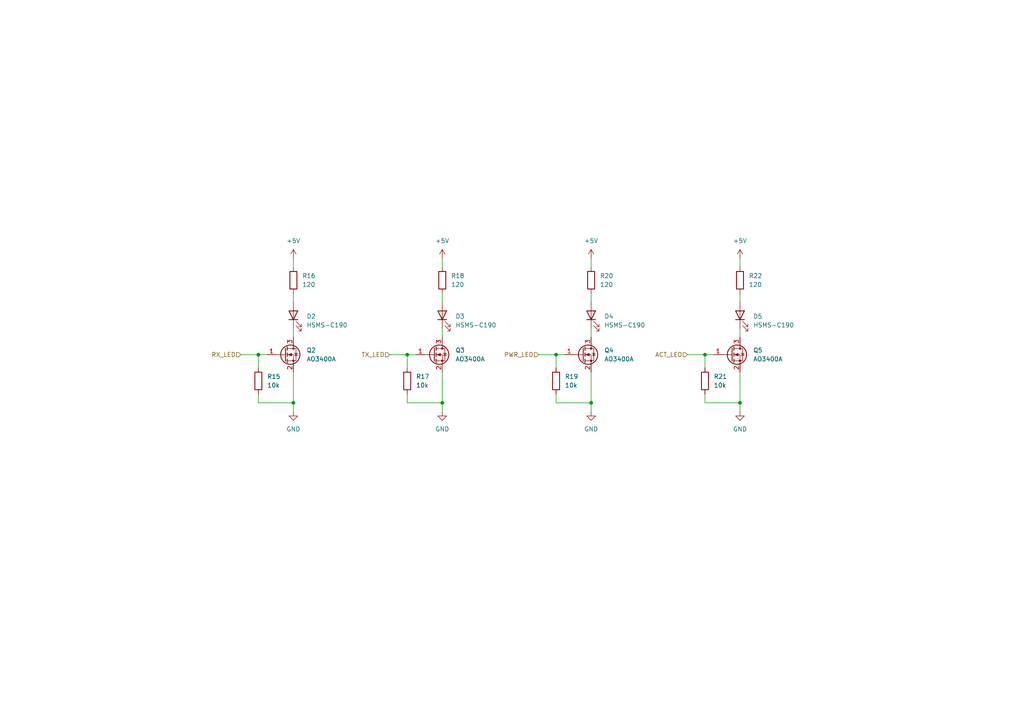
<source format=kicad_sch>
(kicad_sch (version 20211123) (generator eeschema)

  (uuid 833361f8-8c53-48ed-9658-52578bd70613)

  (paper "A4")

  (title_block
    (title "TJ Diag")
    (date "2023-09-12")
    (rev "V1.00")
    (company "andy@britishideas.com")
    (comment 1 "V210/ChryslerScanner_V210/schematic/ChryslerScanner_V210_schematic.pdf")
    (comment 2 "Based on: https://github.com/laszlodaniel/ChryslerScanner/blob/master/PCB/")
    (comment 3 "GPL V3 LICENSE")
  )

  (lib_symbols
    (symbol "Device:LED" (pin_numbers hide) (pin_names (offset 1.016) hide) (in_bom yes) (on_board yes)
      (property "Reference" "D" (id 0) (at 0 2.54 0)
        (effects (font (size 1.27 1.27)))
      )
      (property "Value" "LED" (id 1) (at 0 -2.54 0)
        (effects (font (size 1.27 1.27)))
      )
      (property "Footprint" "" (id 2) (at 0 0 0)
        (effects (font (size 1.27 1.27)) hide)
      )
      (property "Datasheet" "~" (id 3) (at 0 0 0)
        (effects (font (size 1.27 1.27)) hide)
      )
      (property "ki_keywords" "LED diode" (id 4) (at 0 0 0)
        (effects (font (size 1.27 1.27)) hide)
      )
      (property "ki_description" "Light emitting diode" (id 5) (at 0 0 0)
        (effects (font (size 1.27 1.27)) hide)
      )
      (property "ki_fp_filters" "LED* LED_SMD:* LED_THT:*" (id 6) (at 0 0 0)
        (effects (font (size 1.27 1.27)) hide)
      )
      (symbol "LED_0_1"
        (polyline
          (pts
            (xy -1.27 -1.27)
            (xy -1.27 1.27)
          )
          (stroke (width 0.254) (type default) (color 0 0 0 0))
          (fill (type none))
        )
        (polyline
          (pts
            (xy -1.27 0)
            (xy 1.27 0)
          )
          (stroke (width 0) (type default) (color 0 0 0 0))
          (fill (type none))
        )
        (polyline
          (pts
            (xy 1.27 -1.27)
            (xy 1.27 1.27)
            (xy -1.27 0)
            (xy 1.27 -1.27)
          )
          (stroke (width 0.254) (type default) (color 0 0 0 0))
          (fill (type none))
        )
        (polyline
          (pts
            (xy -3.048 -0.762)
            (xy -4.572 -2.286)
            (xy -3.81 -2.286)
            (xy -4.572 -2.286)
            (xy -4.572 -1.524)
          )
          (stroke (width 0) (type default) (color 0 0 0 0))
          (fill (type none))
        )
        (polyline
          (pts
            (xy -1.778 -0.762)
            (xy -3.302 -2.286)
            (xy -2.54 -2.286)
            (xy -3.302 -2.286)
            (xy -3.302 -1.524)
          )
          (stroke (width 0) (type default) (color 0 0 0 0))
          (fill (type none))
        )
      )
      (symbol "LED_1_1"
        (pin passive line (at -3.81 0 0) (length 2.54)
          (name "K" (effects (font (size 1.27 1.27))))
          (number "1" (effects (font (size 1.27 1.27))))
        )
        (pin passive line (at 3.81 0 180) (length 2.54)
          (name "A" (effects (font (size 1.27 1.27))))
          (number "2" (effects (font (size 1.27 1.27))))
        )
      )
    )
    (symbol "Device:R" (pin_numbers hide) (pin_names (offset 0)) (in_bom yes) (on_board yes)
      (property "Reference" "R" (id 0) (at 2.032 0 90)
        (effects (font (size 1.27 1.27)))
      )
      (property "Value" "R" (id 1) (at 0 0 90)
        (effects (font (size 1.27 1.27)))
      )
      (property "Footprint" "" (id 2) (at -1.778 0 90)
        (effects (font (size 1.27 1.27)) hide)
      )
      (property "Datasheet" "~" (id 3) (at 0 0 0)
        (effects (font (size 1.27 1.27)) hide)
      )
      (property "ki_keywords" "R res resistor" (id 4) (at 0 0 0)
        (effects (font (size 1.27 1.27)) hide)
      )
      (property "ki_description" "Resistor" (id 5) (at 0 0 0)
        (effects (font (size 1.27 1.27)) hide)
      )
      (property "ki_fp_filters" "R_*" (id 6) (at 0 0 0)
        (effects (font (size 1.27 1.27)) hide)
      )
      (symbol "R_0_1"
        (rectangle (start -1.016 -2.54) (end 1.016 2.54)
          (stroke (width 0.254) (type default) (color 0 0 0 0))
          (fill (type none))
        )
      )
      (symbol "R_1_1"
        (pin passive line (at 0 3.81 270) (length 1.27)
          (name "~" (effects (font (size 1.27 1.27))))
          (number "1" (effects (font (size 1.27 1.27))))
        )
        (pin passive line (at 0 -3.81 90) (length 1.27)
          (name "~" (effects (font (size 1.27 1.27))))
          (number "2" (effects (font (size 1.27 1.27))))
        )
      )
    )
    (symbol "Transistor_FET:AO3400A" (pin_names hide) (in_bom yes) (on_board yes)
      (property "Reference" "Q" (id 0) (at 5.08 1.905 0)
        (effects (font (size 1.27 1.27)) (justify left))
      )
      (property "Value" "AO3400A" (id 1) (at 5.08 0 0)
        (effects (font (size 1.27 1.27)) (justify left))
      )
      (property "Footprint" "Package_TO_SOT_SMD:SOT-23" (id 2) (at 5.08 -1.905 0)
        (effects (font (size 1.27 1.27) italic) (justify left) hide)
      )
      (property "Datasheet" "http://www.aosmd.com/pdfs/datasheet/AO3400A.pdf" (id 3) (at 0 0 0)
        (effects (font (size 1.27 1.27)) (justify left) hide)
      )
      (property "ki_keywords" "N-Channel MOSFET" (id 4) (at 0 0 0)
        (effects (font (size 1.27 1.27)) hide)
      )
      (property "ki_description" "30V Vds, 5.7A Id, N-Channel MOSFET, SOT-23" (id 5) (at 0 0 0)
        (effects (font (size 1.27 1.27)) hide)
      )
      (property "ki_fp_filters" "SOT?23*" (id 6) (at 0 0 0)
        (effects (font (size 1.27 1.27)) hide)
      )
      (symbol "AO3400A_0_1"
        (polyline
          (pts
            (xy 0.254 0)
            (xy -2.54 0)
          )
          (stroke (width 0) (type default) (color 0 0 0 0))
          (fill (type none))
        )
        (polyline
          (pts
            (xy 0.254 1.905)
            (xy 0.254 -1.905)
          )
          (stroke (width 0.254) (type default) (color 0 0 0 0))
          (fill (type none))
        )
        (polyline
          (pts
            (xy 0.762 -1.27)
            (xy 0.762 -2.286)
          )
          (stroke (width 0.254) (type default) (color 0 0 0 0))
          (fill (type none))
        )
        (polyline
          (pts
            (xy 0.762 0.508)
            (xy 0.762 -0.508)
          )
          (stroke (width 0.254) (type default) (color 0 0 0 0))
          (fill (type none))
        )
        (polyline
          (pts
            (xy 0.762 2.286)
            (xy 0.762 1.27)
          )
          (stroke (width 0.254) (type default) (color 0 0 0 0))
          (fill (type none))
        )
        (polyline
          (pts
            (xy 2.54 2.54)
            (xy 2.54 1.778)
          )
          (stroke (width 0) (type default) (color 0 0 0 0))
          (fill (type none))
        )
        (polyline
          (pts
            (xy 2.54 -2.54)
            (xy 2.54 0)
            (xy 0.762 0)
          )
          (stroke (width 0) (type default) (color 0 0 0 0))
          (fill (type none))
        )
        (polyline
          (pts
            (xy 0.762 -1.778)
            (xy 3.302 -1.778)
            (xy 3.302 1.778)
            (xy 0.762 1.778)
          )
          (stroke (width 0) (type default) (color 0 0 0 0))
          (fill (type none))
        )
        (polyline
          (pts
            (xy 1.016 0)
            (xy 2.032 0.381)
            (xy 2.032 -0.381)
            (xy 1.016 0)
          )
          (stroke (width 0) (type default) (color 0 0 0 0))
          (fill (type outline))
        )
        (polyline
          (pts
            (xy 2.794 0.508)
            (xy 2.921 0.381)
            (xy 3.683 0.381)
            (xy 3.81 0.254)
          )
          (stroke (width 0) (type default) (color 0 0 0 0))
          (fill (type none))
        )
        (polyline
          (pts
            (xy 3.302 0.381)
            (xy 2.921 -0.254)
            (xy 3.683 -0.254)
            (xy 3.302 0.381)
          )
          (stroke (width 0) (type default) (color 0 0 0 0))
          (fill (type none))
        )
        (circle (center 1.651 0) (radius 2.794)
          (stroke (width 0.254) (type default) (color 0 0 0 0))
          (fill (type none))
        )
        (circle (center 2.54 -1.778) (radius 0.254)
          (stroke (width 0) (type default) (color 0 0 0 0))
          (fill (type outline))
        )
        (circle (center 2.54 1.778) (radius 0.254)
          (stroke (width 0) (type default) (color 0 0 0 0))
          (fill (type outline))
        )
      )
      (symbol "AO3400A_1_1"
        (pin input line (at -5.08 0 0) (length 2.54)
          (name "G" (effects (font (size 1.27 1.27))))
          (number "1" (effects (font (size 1.27 1.27))))
        )
        (pin passive line (at 2.54 -5.08 90) (length 2.54)
          (name "S" (effects (font (size 1.27 1.27))))
          (number "2" (effects (font (size 1.27 1.27))))
        )
        (pin passive line (at 2.54 5.08 270) (length 2.54)
          (name "D" (effects (font (size 1.27 1.27))))
          (number "3" (effects (font (size 1.27 1.27))))
        )
      )
    )
    (symbol "power:+5V" (power) (pin_names (offset 0)) (in_bom yes) (on_board yes)
      (property "Reference" "#PWR" (id 0) (at 0 -3.81 0)
        (effects (font (size 1.27 1.27)) hide)
      )
      (property "Value" "+5V" (id 1) (at 0 3.556 0)
        (effects (font (size 1.27 1.27)))
      )
      (property "Footprint" "" (id 2) (at 0 0 0)
        (effects (font (size 1.27 1.27)) hide)
      )
      (property "Datasheet" "" (id 3) (at 0 0 0)
        (effects (font (size 1.27 1.27)) hide)
      )
      (property "ki_keywords" "power-flag" (id 4) (at 0 0 0)
        (effects (font (size 1.27 1.27)) hide)
      )
      (property "ki_description" "Power symbol creates a global label with name \"+5V\"" (id 5) (at 0 0 0)
        (effects (font (size 1.27 1.27)) hide)
      )
      (symbol "+5V_0_1"
        (polyline
          (pts
            (xy -0.762 1.27)
            (xy 0 2.54)
          )
          (stroke (width 0) (type default) (color 0 0 0 0))
          (fill (type none))
        )
        (polyline
          (pts
            (xy 0 0)
            (xy 0 2.54)
          )
          (stroke (width 0) (type default) (color 0 0 0 0))
          (fill (type none))
        )
        (polyline
          (pts
            (xy 0 2.54)
            (xy 0.762 1.27)
          )
          (stroke (width 0) (type default) (color 0 0 0 0))
          (fill (type none))
        )
      )
      (symbol "+5V_1_1"
        (pin power_in line (at 0 0 90) (length 0) hide
          (name "+5V" (effects (font (size 1.27 1.27))))
          (number "1" (effects (font (size 1.27 1.27))))
        )
      )
    )
    (symbol "power:GND" (power) (pin_names (offset 0)) (in_bom yes) (on_board yes)
      (property "Reference" "#PWR" (id 0) (at 0 -6.35 0)
        (effects (font (size 1.27 1.27)) hide)
      )
      (property "Value" "GND" (id 1) (at 0 -3.81 0)
        (effects (font (size 1.27 1.27)))
      )
      (property "Footprint" "" (id 2) (at 0 0 0)
        (effects (font (size 1.27 1.27)) hide)
      )
      (property "Datasheet" "" (id 3) (at 0 0 0)
        (effects (font (size 1.27 1.27)) hide)
      )
      (property "ki_keywords" "power-flag" (id 4) (at 0 0 0)
        (effects (font (size 1.27 1.27)) hide)
      )
      (property "ki_description" "Power symbol creates a global label with name \"GND\" , ground" (id 5) (at 0 0 0)
        (effects (font (size 1.27 1.27)) hide)
      )
      (symbol "GND_0_1"
        (polyline
          (pts
            (xy 0 0)
            (xy 0 -1.27)
            (xy 1.27 -1.27)
            (xy 0 -2.54)
            (xy -1.27 -1.27)
            (xy 0 -1.27)
          )
          (stroke (width 0) (type default) (color 0 0 0 0))
          (fill (type none))
        )
      )
      (symbol "GND_1_1"
        (pin power_in line (at 0 0 270) (length 0) hide
          (name "GND" (effects (font (size 1.27 1.27))))
          (number "1" (effects (font (size 1.27 1.27))))
        )
      )
    )
  )

  (junction (at 128.27 116.84) (diameter 0) (color 0 0 0 0)
    (uuid 04830953-29b6-4d97-9c19-28ddd0e510ed)
  )
  (junction (at 171.45 116.84) (diameter 0) (color 0 0 0 0)
    (uuid 5cf9dd07-6573-4736-927e-fe23441ef46d)
  )
  (junction (at 214.63 116.84) (diameter 0) (color 0 0 0 0)
    (uuid 7cc5bec8-15b4-469c-9a77-8d6a836c64d1)
  )
  (junction (at 74.93 102.87) (diameter 0) (color 0 0 0 0)
    (uuid 7fe89f71-b954-40ef-b64d-61665c52b1ad)
  )
  (junction (at 161.29 102.87) (diameter 0) (color 0 0 0 0)
    (uuid aca32e46-1928-42a1-bc8a-fdc0cec93761)
  )
  (junction (at 204.47 102.87) (diameter 0) (color 0 0 0 0)
    (uuid c8a0831f-12b2-46ab-9a57-bf98944c78e8)
  )
  (junction (at 118.11 102.87) (diameter 0) (color 0 0 0 0)
    (uuid d1416e9a-51b2-47d0-b940-643b9946685d)
  )
  (junction (at 85.09 116.84) (diameter 0) (color 0 0 0 0)
    (uuid dc322aed-873e-4def-98ed-e390f1233244)
  )

  (wire (pts (xy 118.11 116.84) (xy 128.27 116.84))
    (stroke (width 0) (type default) (color 0 0 0 0))
    (uuid 00cff15f-de39-432c-af9b-c2659418369c)
  )
  (wire (pts (xy 161.29 102.87) (xy 161.29 106.68))
    (stroke (width 0) (type default) (color 0 0 0 0))
    (uuid 0219b13e-9e84-4aca-be40-8a34d42fb5c7)
  )
  (wire (pts (xy 171.45 116.84) (xy 171.45 119.38))
    (stroke (width 0) (type default) (color 0 0 0 0))
    (uuid 037b9295-d260-49ef-a6d9-b323016d2008)
  )
  (wire (pts (xy 204.47 114.3) (xy 204.47 116.84))
    (stroke (width 0) (type default) (color 0 0 0 0))
    (uuid 03922e81-bd37-47a0-986c-8e75a0bccef9)
  )
  (wire (pts (xy 113.03 102.87) (xy 118.11 102.87))
    (stroke (width 0) (type default) (color 0 0 0 0))
    (uuid 089c5510-b17d-4c6c-8ba6-7e4243684698)
  )
  (wire (pts (xy 204.47 116.84) (xy 214.63 116.84))
    (stroke (width 0) (type default) (color 0 0 0 0))
    (uuid 0b2863bd-f84e-434e-a283-b0f57511e3c9)
  )
  (wire (pts (xy 171.45 74.93) (xy 171.45 77.47))
    (stroke (width 0) (type default) (color 0 0 0 0))
    (uuid 0dbec77a-32b2-401f-94e3-8a69acee606f)
  )
  (wire (pts (xy 214.63 85.09) (xy 214.63 87.63))
    (stroke (width 0) (type default) (color 0 0 0 0))
    (uuid 206d5066-bae9-4662-ae72-7289c84c18f6)
  )
  (wire (pts (xy 171.45 85.09) (xy 171.45 87.63))
    (stroke (width 0) (type default) (color 0 0 0 0))
    (uuid 2f93924d-b64e-4583-8d3e-7176997926f8)
  )
  (wire (pts (xy 128.27 116.84) (xy 128.27 119.38))
    (stroke (width 0) (type default) (color 0 0 0 0))
    (uuid 317fb52a-e2bd-486e-a68e-629cbe156465)
  )
  (wire (pts (xy 171.45 107.95) (xy 171.45 116.84))
    (stroke (width 0) (type default) (color 0 0 0 0))
    (uuid 33754347-34c9-4ce9-ab9b-8e1817308665)
  )
  (wire (pts (xy 156.21 102.87) (xy 161.29 102.87))
    (stroke (width 0) (type default) (color 0 0 0 0))
    (uuid 67d974d2-75c9-40e8-9aba-26f61f0100ea)
  )
  (wire (pts (xy 118.11 102.87) (xy 118.11 106.68))
    (stroke (width 0) (type default) (color 0 0 0 0))
    (uuid 6f74fa48-6caf-4eba-926b-dab33f701555)
  )
  (wire (pts (xy 128.27 107.95) (xy 128.27 116.84))
    (stroke (width 0) (type default) (color 0 0 0 0))
    (uuid 7c0bb3c1-c6f4-48ff-ae8f-b9645912cca1)
  )
  (wire (pts (xy 74.93 116.84) (xy 85.09 116.84))
    (stroke (width 0) (type default) (color 0 0 0 0))
    (uuid 7fc7c0b3-2bd0-4f33-ace7-25a44e710c26)
  )
  (wire (pts (xy 207.01 102.87) (xy 204.47 102.87))
    (stroke (width 0) (type default) (color 0 0 0 0))
    (uuid 80de4abb-7f12-4a9b-ba3d-a66c1581afa7)
  )
  (wire (pts (xy 214.63 107.95) (xy 214.63 116.84))
    (stroke (width 0) (type default) (color 0 0 0 0))
    (uuid 8e75d6b7-1a16-49b5-8db3-f790e912ab2e)
  )
  (wire (pts (xy 161.29 116.84) (xy 171.45 116.84))
    (stroke (width 0) (type default) (color 0 0 0 0))
    (uuid 9200acd8-f677-4d12-b165-cbde95189181)
  )
  (wire (pts (xy 74.93 114.3) (xy 74.93 116.84))
    (stroke (width 0) (type default) (color 0 0 0 0))
    (uuid 93213cec-399d-470e-9bed-c19b56fca9eb)
  )
  (wire (pts (xy 85.09 95.25) (xy 85.09 97.79))
    (stroke (width 0) (type default) (color 0 0 0 0))
    (uuid 93d651e6-72ea-4760-b1b8-aeb4a0722a21)
  )
  (wire (pts (xy 77.47 102.87) (xy 74.93 102.87))
    (stroke (width 0) (type default) (color 0 0 0 0))
    (uuid 9617f98a-054e-4e8a-a8c8-881c99604ee7)
  )
  (wire (pts (xy 85.09 107.95) (xy 85.09 116.84))
    (stroke (width 0) (type default) (color 0 0 0 0))
    (uuid a4ffc0aa-2f9b-4a52-af0b-f77e9bb572a2)
  )
  (wire (pts (xy 171.45 95.25) (xy 171.45 97.79))
    (stroke (width 0) (type default) (color 0 0 0 0))
    (uuid aae5cd89-64d8-4615-a214-2511ed87102c)
  )
  (wire (pts (xy 214.63 95.25) (xy 214.63 97.79))
    (stroke (width 0) (type default) (color 0 0 0 0))
    (uuid af620e5e-2289-46ba-9ef3-3b9395886f50)
  )
  (wire (pts (xy 85.09 74.93) (xy 85.09 77.47))
    (stroke (width 0) (type default) (color 0 0 0 0))
    (uuid b2cf3fb0-8006-4879-bac4-dae77a6f007c)
  )
  (wire (pts (xy 214.63 74.93) (xy 214.63 77.47))
    (stroke (width 0) (type default) (color 0 0 0 0))
    (uuid b32eeab8-23a3-429b-a1d1-643696ee3b43)
  )
  (wire (pts (xy 74.93 102.87) (xy 74.93 106.68))
    (stroke (width 0) (type default) (color 0 0 0 0))
    (uuid b4b1efc9-0402-4b02-8a6e-1fe535c16b45)
  )
  (wire (pts (xy 120.65 102.87) (xy 118.11 102.87))
    (stroke (width 0) (type default) (color 0 0 0 0))
    (uuid b63ab098-2b9c-4212-9296-54478c3c8eb5)
  )
  (wire (pts (xy 118.11 114.3) (xy 118.11 116.84))
    (stroke (width 0) (type default) (color 0 0 0 0))
    (uuid ba38702c-527a-4127-af17-207e7a97c6fc)
  )
  (wire (pts (xy 199.39 102.87) (xy 204.47 102.87))
    (stroke (width 0) (type default) (color 0 0 0 0))
    (uuid bc9f3d57-a193-4e04-bcba-a7a13b7506fb)
  )
  (wire (pts (xy 69.85 102.87) (xy 74.93 102.87))
    (stroke (width 0) (type default) (color 0 0 0 0))
    (uuid c3b60cb4-12c7-4ff9-b38c-b065572dd9fa)
  )
  (wire (pts (xy 163.83 102.87) (xy 161.29 102.87))
    (stroke (width 0) (type default) (color 0 0 0 0))
    (uuid c62c8741-05c2-4690-971f-237d7c4327a4)
  )
  (wire (pts (xy 128.27 74.93) (xy 128.27 77.47))
    (stroke (width 0) (type default) (color 0 0 0 0))
    (uuid cb9c1808-a89d-4d41-bdc0-7e4dedfb36e8)
  )
  (wire (pts (xy 85.09 116.84) (xy 85.09 119.38))
    (stroke (width 0) (type default) (color 0 0 0 0))
    (uuid d18622a1-4b31-44ca-8b4e-25cc9a41c099)
  )
  (wire (pts (xy 85.09 85.09) (xy 85.09 87.63))
    (stroke (width 0) (type default) (color 0 0 0 0))
    (uuid d83892f6-c7d1-46d7-a213-1a6334af9167)
  )
  (wire (pts (xy 161.29 114.3) (xy 161.29 116.84))
    (stroke (width 0) (type default) (color 0 0 0 0))
    (uuid e86be2b4-4401-4fb1-b865-b7aa7ff80ce2)
  )
  (wire (pts (xy 204.47 102.87) (xy 204.47 106.68))
    (stroke (width 0) (type default) (color 0 0 0 0))
    (uuid e9e64243-45ec-49e2-bfac-b389c2f1a0a6)
  )
  (wire (pts (xy 214.63 116.84) (xy 214.63 119.38))
    (stroke (width 0) (type default) (color 0 0 0 0))
    (uuid eea32a2d-ad40-4d08-88f7-43305e925231)
  )
  (wire (pts (xy 128.27 95.25) (xy 128.27 97.79))
    (stroke (width 0) (type default) (color 0 0 0 0))
    (uuid f738e2e0-1ad7-4e93-b28f-d289f28e63de)
  )
  (wire (pts (xy 128.27 85.09) (xy 128.27 87.63))
    (stroke (width 0) (type default) (color 0 0 0 0))
    (uuid f879d52b-cecc-4848-9ffe-a19ad23938d8)
  )

  (hierarchical_label "ACT_LED" (shape input) (at 199.39 102.87 180)
    (effects (font (size 1.27 1.27)) (justify right))
    (uuid 1840e748-ed01-41fc-af12-5ae8b7146c5f)
  )
  (hierarchical_label "PWR_LED" (shape input) (at 156.21 102.87 180)
    (effects (font (size 1.27 1.27)) (justify right))
    (uuid 3dbe85ff-09e5-4646-9149-e783fc9cbbef)
  )
  (hierarchical_label "RX_LED" (shape input) (at 69.85 102.87 180)
    (effects (font (size 1.27 1.27)) (justify right))
    (uuid 678f376b-8e7f-402c-9fa4-5194a39ab061)
  )
  (hierarchical_label "TX_LED" (shape input) (at 113.03 102.87 180)
    (effects (font (size 1.27 1.27)) (justify right))
    (uuid 8800e02e-a629-4bfa-84d2-56f0a431e20c)
  )

  (symbol (lib_id "power:GND") (at 214.63 119.38 0) (unit 1)
    (in_bom yes) (on_board yes) (fields_autoplaced)
    (uuid 082b0287-de18-42e6-9b57-bb9231c3629f)
    (property "Reference" "#PWR030" (id 0) (at 214.63 125.73 0)
      (effects (font (size 1.27 1.27)) hide)
    )
    (property "Value" "GND" (id 1) (at 214.63 124.46 0))
    (property "Footprint" "" (id 2) (at 214.63 119.38 0)
      (effects (font (size 1.27 1.27)) hide)
    )
    (property "Datasheet" "" (id 3) (at 214.63 119.38 0)
      (effects (font (size 1.27 1.27)) hide)
    )
    (pin "1" (uuid ee5ff7e9-482d-4d7d-bf65-f58d63c6027b))
  )

  (symbol (lib_id "power:GND") (at 171.45 119.38 0) (unit 1)
    (in_bom yes) (on_board yes) (fields_autoplaced)
    (uuid 0fd6704f-f452-49d5-b75b-27340646f8ab)
    (property "Reference" "#PWR028" (id 0) (at 171.45 125.73 0)
      (effects (font (size 1.27 1.27)) hide)
    )
    (property "Value" "GND" (id 1) (at 171.45 124.46 0))
    (property "Footprint" "" (id 2) (at 171.45 119.38 0)
      (effects (font (size 1.27 1.27)) hide)
    )
    (property "Datasheet" "" (id 3) (at 171.45 119.38 0)
      (effects (font (size 1.27 1.27)) hide)
    )
    (pin "1" (uuid a5649593-101c-443e-b150-a7fe4a238dec))
  )

  (symbol (lib_id "Device:R") (at 74.93 110.49 0) (unit 1)
    (in_bom yes) (on_board yes) (fields_autoplaced)
    (uuid 1905d65c-40c2-47e3-b5e5-59bb6e9e0601)
    (property "Reference" "R15" (id 0) (at 77.47 109.2199 0)
      (effects (font (size 1.27 1.27)) (justify left))
    )
    (property "Value" "10k" (id 1) (at 77.47 111.7599 0)
      (effects (font (size 1.27 1.27)) (justify left))
    )
    (property "Footprint" "Resistor_SMD:R_0603_1608Metric" (id 2) (at 73.152 110.49 90)
      (effects (font (size 1.27 1.27)) hide)
    )
    (property "Datasheet" "~" (id 3) (at 74.93 110.49 0)
      (effects (font (size 1.27 1.27)) hide)
    )
    (pin "1" (uuid d8cecc19-8512-4972-8884-94bcce837e68))
    (pin "2" (uuid 628d788f-7c4a-4d61-aa77-e1ddf3626583))
  )

  (symbol (lib_id "Device:LED") (at 85.09 91.44 90) (unit 1)
    (in_bom yes) (on_board yes) (fields_autoplaced)
    (uuid 1d48c4e8-4db9-4db6-b508-64a7bee61ea3)
    (property "Reference" "D2" (id 0) (at 88.9 91.7574 90)
      (effects (font (size 1.27 1.27)) (justify right))
    )
    (property "Value" "HSMS-C190" (id 1) (at 88.9 94.2974 90)
      (effects (font (size 1.27 1.27)) (justify right))
    )
    (property "Footprint" "LED_SMD:LED_0603_1608Metric" (id 2) (at 85.09 91.44 0)
      (effects (font (size 1.27 1.27)) hide)
    )
    (property "Datasheet" "~" (id 3) (at 85.09 91.44 0)
      (effects (font (size 1.27 1.27)) hide)
    )
    (pin "1" (uuid dd1ea112-7bed-4bcd-a963-1c186f3ce7f1))
    (pin "2" (uuid 2a1fa406-6e0e-40d8-8636-bfaecf6296c0))
  )

  (symbol (lib_id "Device:R") (at 161.29 110.49 0) (unit 1)
    (in_bom yes) (on_board yes) (fields_autoplaced)
    (uuid 25c2271f-0528-4c13-82fd-d7e16ca273a5)
    (property "Reference" "R19" (id 0) (at 163.83 109.2199 0)
      (effects (font (size 1.27 1.27)) (justify left))
    )
    (property "Value" "10k" (id 1) (at 163.83 111.7599 0)
      (effects (font (size 1.27 1.27)) (justify left))
    )
    (property "Footprint" "Resistor_SMD:R_0603_1608Metric" (id 2) (at 159.512 110.49 90)
      (effects (font (size 1.27 1.27)) hide)
    )
    (property "Datasheet" "~" (id 3) (at 161.29 110.49 0)
      (effects (font (size 1.27 1.27)) hide)
    )
    (pin "1" (uuid ad7e2017-a73b-4710-94f1-9b5b5fa78183))
    (pin "2" (uuid ca162253-ca12-42e9-ba27-d2a5004b80d4))
  )

  (symbol (lib_id "power:+5V") (at 214.63 74.93 0) (unit 1)
    (in_bom yes) (on_board yes) (fields_autoplaced)
    (uuid 2bf0ebc9-9337-4f95-8327-8183d71b5c56)
    (property "Reference" "#PWR029" (id 0) (at 214.63 78.74 0)
      (effects (font (size 1.27 1.27)) hide)
    )
    (property "Value" "+5V" (id 1) (at 214.63 69.85 0))
    (property "Footprint" "" (id 2) (at 214.63 74.93 0)
      (effects (font (size 1.27 1.27)) hide)
    )
    (property "Datasheet" "" (id 3) (at 214.63 74.93 0)
      (effects (font (size 1.27 1.27)) hide)
    )
    (pin "1" (uuid 83c136ce-bc99-4649-9ef4-56579651bc0f))
  )

  (symbol (lib_id "Transistor_FET:AO3400A") (at 82.55 102.87 0) (unit 1)
    (in_bom yes) (on_board yes) (fields_autoplaced)
    (uuid 2d82e73c-aa02-411d-885c-11d77e6dcf61)
    (property "Reference" "Q2" (id 0) (at 88.9 101.5999 0)
      (effects (font (size 1.27 1.27)) (justify left))
    )
    (property "Value" "AO3400A" (id 1) (at 88.9 104.1399 0)
      (effects (font (size 1.27 1.27)) (justify left))
    )
    (property "Footprint" "Package_TO_SOT_SMD:SOT-23" (id 2) (at 87.63 104.775 0)
      (effects (font (size 1.27 1.27) italic) (justify left) hide)
    )
    (property "Datasheet" "http://www.aosmd.com/pdfs/datasheet/AO3400A.pdf" (id 3) (at 82.55 102.87 0)
      (effects (font (size 1.27 1.27)) (justify left) hide)
    )
    (property "manf#" "AO3400A" (id 4) (at 82.55 102.87 0)
      (effects (font (size 1.27 1.27)) hide)
    )
    (pin "1" (uuid 8667a27a-380c-457f-9998-5f3468b50534))
    (pin "2" (uuid f4d92d28-2314-4235-adfe-67c196508309))
    (pin "3" (uuid 7b7ae8b5-8c38-48a3-88c1-23978158d0f9))
  )

  (symbol (lib_id "power:GND") (at 128.27 119.38 0) (unit 1)
    (in_bom yes) (on_board yes) (fields_autoplaced)
    (uuid 30155fa8-0cfb-4d1c-bf7c-fd1ac498f660)
    (property "Reference" "#PWR026" (id 0) (at 128.27 125.73 0)
      (effects (font (size 1.27 1.27)) hide)
    )
    (property "Value" "GND" (id 1) (at 128.27 124.46 0))
    (property "Footprint" "" (id 2) (at 128.27 119.38 0)
      (effects (font (size 1.27 1.27)) hide)
    )
    (property "Datasheet" "" (id 3) (at 128.27 119.38 0)
      (effects (font (size 1.27 1.27)) hide)
    )
    (pin "1" (uuid d5eb4dc5-93a7-49f6-b0de-603c1bad2299))
  )

  (symbol (lib_id "Device:R") (at 85.09 81.28 0) (unit 1)
    (in_bom yes) (on_board yes) (fields_autoplaced)
    (uuid 3c81297c-888b-4b6e-84d1-17e1657974a9)
    (property "Reference" "R16" (id 0) (at 87.63 80.0099 0)
      (effects (font (size 1.27 1.27)) (justify left))
    )
    (property "Value" "120" (id 1) (at 87.63 82.5499 0)
      (effects (font (size 1.27 1.27)) (justify left))
    )
    (property "Footprint" "Resistor_SMD:R_0603_1608Metric" (id 2) (at 83.312 81.28 90)
      (effects (font (size 1.27 1.27)) hide)
    )
    (property "Datasheet" "~" (id 3) (at 85.09 81.28 0)
      (effects (font (size 1.27 1.27)) hide)
    )
    (pin "1" (uuid 3fdcd470-0ad5-492a-92a4-889bcbd2102c))
    (pin "2" (uuid 1e812d13-adf3-487c-ad7d-b4a26491b207))
  )

  (symbol (lib_id "Transistor_FET:AO3400A") (at 168.91 102.87 0) (unit 1)
    (in_bom yes) (on_board yes) (fields_autoplaced)
    (uuid 43f7aaac-8d15-474e-879e-ee6964198cb7)
    (property "Reference" "Q4" (id 0) (at 175.26 101.5999 0)
      (effects (font (size 1.27 1.27)) (justify left))
    )
    (property "Value" "AO3400A" (id 1) (at 175.26 104.1399 0)
      (effects (font (size 1.27 1.27)) (justify left))
    )
    (property "Footprint" "Package_TO_SOT_SMD:SOT-23" (id 2) (at 173.99 104.775 0)
      (effects (font (size 1.27 1.27) italic) (justify left) hide)
    )
    (property "Datasheet" "http://www.aosmd.com/pdfs/datasheet/AO3400A.pdf" (id 3) (at 168.91 102.87 0)
      (effects (font (size 1.27 1.27)) (justify left) hide)
    )
    (property "manf#" "AO3400A" (id 4) (at 168.91 102.87 0)
      (effects (font (size 1.27 1.27)) hide)
    )
    (pin "1" (uuid 53224df4-a069-473e-b1d3-621b83d99d3b))
    (pin "2" (uuid 9e0a24cf-22d9-4161-adb7-670c57e72ceb))
    (pin "3" (uuid d09ef953-558a-4d77-96b1-bdc7304fd9d6))
  )

  (symbol (lib_id "Transistor_FET:AO3400A") (at 212.09 102.87 0) (unit 1)
    (in_bom yes) (on_board yes) (fields_autoplaced)
    (uuid 482261bd-72b4-40b7-8b50-b592e421127f)
    (property "Reference" "Q5" (id 0) (at 218.44 101.5999 0)
      (effects (font (size 1.27 1.27)) (justify left))
    )
    (property "Value" "AO3400A" (id 1) (at 218.44 104.1399 0)
      (effects (font (size 1.27 1.27)) (justify left))
    )
    (property "Footprint" "Package_TO_SOT_SMD:SOT-23" (id 2) (at 217.17 104.775 0)
      (effects (font (size 1.27 1.27) italic) (justify left) hide)
    )
    (property "Datasheet" "http://www.aosmd.com/pdfs/datasheet/AO3400A.pdf" (id 3) (at 212.09 102.87 0)
      (effects (font (size 1.27 1.27)) (justify left) hide)
    )
    (property "manf#" "AO3400A" (id 4) (at 212.09 102.87 0)
      (effects (font (size 1.27 1.27)) hide)
    )
    (pin "1" (uuid 51b2a089-12a0-4708-baec-94c9b627bd7b))
    (pin "2" (uuid c42dc5ec-751a-4f83-a9d0-6c5c27ee4afb))
    (pin "3" (uuid e0504c7d-da6e-479a-a185-ca13ae7362a7))
  )

  (symbol (lib_id "power:+5V") (at 85.09 74.93 0) (unit 1)
    (in_bom yes) (on_board yes) (fields_autoplaced)
    (uuid 4c28f5db-f2ae-4339-8115-43e3ee974842)
    (property "Reference" "#PWR023" (id 0) (at 85.09 78.74 0)
      (effects (font (size 1.27 1.27)) hide)
    )
    (property "Value" "+5V" (id 1) (at 85.09 69.85 0))
    (property "Footprint" "" (id 2) (at 85.09 74.93 0)
      (effects (font (size 1.27 1.27)) hide)
    )
    (property "Datasheet" "" (id 3) (at 85.09 74.93 0)
      (effects (font (size 1.27 1.27)) hide)
    )
    (pin "1" (uuid 2799eca4-a1e3-4460-b487-d488819771b8))
  )

  (symbol (lib_id "power:GND") (at 85.09 119.38 0) (unit 1)
    (in_bom yes) (on_board yes) (fields_autoplaced)
    (uuid 501e7245-cffa-430b-aad7-21a63ecfc349)
    (property "Reference" "#PWR024" (id 0) (at 85.09 125.73 0)
      (effects (font (size 1.27 1.27)) hide)
    )
    (property "Value" "GND" (id 1) (at 85.09 124.46 0))
    (property "Footprint" "" (id 2) (at 85.09 119.38 0)
      (effects (font (size 1.27 1.27)) hide)
    )
    (property "Datasheet" "" (id 3) (at 85.09 119.38 0)
      (effects (font (size 1.27 1.27)) hide)
    )
    (pin "1" (uuid f806ebdb-e034-4959-98f6-45772430b8f0))
  )

  (symbol (lib_id "Device:R") (at 214.63 81.28 0) (unit 1)
    (in_bom yes) (on_board yes) (fields_autoplaced)
    (uuid 55d1d9cc-0f5f-4d81-b9a0-42ce8f80c2b8)
    (property "Reference" "R22" (id 0) (at 217.17 80.0099 0)
      (effects (font (size 1.27 1.27)) (justify left))
    )
    (property "Value" "120" (id 1) (at 217.17 82.5499 0)
      (effects (font (size 1.27 1.27)) (justify left))
    )
    (property "Footprint" "Resistor_SMD:R_0603_1608Metric" (id 2) (at 212.852 81.28 90)
      (effects (font (size 1.27 1.27)) hide)
    )
    (property "Datasheet" "~" (id 3) (at 214.63 81.28 0)
      (effects (font (size 1.27 1.27)) hide)
    )
    (pin "1" (uuid cf7ea4bb-dcfc-45ef-8850-ca639fb108f3))
    (pin "2" (uuid 47b00ee3-a30f-4b4e-8b95-68b2bf89971f))
  )

  (symbol (lib_id "Device:R") (at 171.45 81.28 0) (unit 1)
    (in_bom yes) (on_board yes) (fields_autoplaced)
    (uuid 83ea2fdd-7ebc-4588-9f9a-4717cc6894ef)
    (property "Reference" "R20" (id 0) (at 173.99 80.0099 0)
      (effects (font (size 1.27 1.27)) (justify left))
    )
    (property "Value" "120" (id 1) (at 173.99 82.5499 0)
      (effects (font (size 1.27 1.27)) (justify left))
    )
    (property "Footprint" "Resistor_SMD:R_0603_1608Metric" (id 2) (at 169.672 81.28 90)
      (effects (font (size 1.27 1.27)) hide)
    )
    (property "Datasheet" "~" (id 3) (at 171.45 81.28 0)
      (effects (font (size 1.27 1.27)) hide)
    )
    (pin "1" (uuid fa2fdf42-82a1-477a-a056-d2eff89a61d9))
    (pin "2" (uuid c9b62c04-0b42-4dd9-80f4-9a995b66314b))
  )

  (symbol (lib_id "Device:R") (at 118.11 110.49 0) (unit 1)
    (in_bom yes) (on_board yes) (fields_autoplaced)
    (uuid 8702ec24-1dbd-421d-b96c-c88359045fb3)
    (property "Reference" "R17" (id 0) (at 120.65 109.2199 0)
      (effects (font (size 1.27 1.27)) (justify left))
    )
    (property "Value" "10k" (id 1) (at 120.65 111.7599 0)
      (effects (font (size 1.27 1.27)) (justify left))
    )
    (property "Footprint" "Resistor_SMD:R_0603_1608Metric" (id 2) (at 116.332 110.49 90)
      (effects (font (size 1.27 1.27)) hide)
    )
    (property "Datasheet" "~" (id 3) (at 118.11 110.49 0)
      (effects (font (size 1.27 1.27)) hide)
    )
    (pin "1" (uuid 82af2bc1-c1e5-494e-9fde-f161892b8f03))
    (pin "2" (uuid de5bfab5-b48f-4f3c-abb9-0ecfd7789b81))
  )

  (symbol (lib_id "Device:LED") (at 128.27 91.44 90) (unit 1)
    (in_bom yes) (on_board yes) (fields_autoplaced)
    (uuid 9303554e-d286-4e97-9169-5bf952aa994c)
    (property "Reference" "D3" (id 0) (at 132.08 91.7574 90)
      (effects (font (size 1.27 1.27)) (justify right))
    )
    (property "Value" "HSMS-C190" (id 1) (at 132.08 94.2974 90)
      (effects (font (size 1.27 1.27)) (justify right))
    )
    (property "Footprint" "LED_SMD:LED_0603_1608Metric" (id 2) (at 128.27 91.44 0)
      (effects (font (size 1.27 1.27)) hide)
    )
    (property "Datasheet" "~" (id 3) (at 128.27 91.44 0)
      (effects (font (size 1.27 1.27)) hide)
    )
    (pin "1" (uuid c2da4d84-9290-4f97-a570-8943072c87f3))
    (pin "2" (uuid 09ff23fd-9032-4c68-8852-a515cb5ae2c3))
  )

  (symbol (lib_id "Device:LED") (at 171.45 91.44 90) (unit 1)
    (in_bom yes) (on_board yes) (fields_autoplaced)
    (uuid 99252c18-0fcd-4210-b1aa-e74395ba0392)
    (property "Reference" "D4" (id 0) (at 175.26 91.7574 90)
      (effects (font (size 1.27 1.27)) (justify right))
    )
    (property "Value" "HSMS-C190" (id 1) (at 175.26 94.2974 90)
      (effects (font (size 1.27 1.27)) (justify right))
    )
    (property "Footprint" "LED_SMD:LED_0603_1608Metric" (id 2) (at 171.45 91.44 0)
      (effects (font (size 1.27 1.27)) hide)
    )
    (property "Datasheet" "~" (id 3) (at 171.45 91.44 0)
      (effects (font (size 1.27 1.27)) hide)
    )
    (pin "1" (uuid 023aa6f5-3c15-400a-8df8-f629f4848e41))
    (pin "2" (uuid 633f6134-d5c0-4285-bac3-a72b688aac9b))
  )

  (symbol (lib_id "Device:R") (at 204.47 110.49 0) (unit 1)
    (in_bom yes) (on_board yes) (fields_autoplaced)
    (uuid acfff190-dc8e-42c3-84cf-96b6236ab2ec)
    (property "Reference" "R21" (id 0) (at 207.01 109.2199 0)
      (effects (font (size 1.27 1.27)) (justify left))
    )
    (property "Value" "10k" (id 1) (at 207.01 111.7599 0)
      (effects (font (size 1.27 1.27)) (justify left))
    )
    (property "Footprint" "Resistor_SMD:R_0603_1608Metric" (id 2) (at 202.692 110.49 90)
      (effects (font (size 1.27 1.27)) hide)
    )
    (property "Datasheet" "~" (id 3) (at 204.47 110.49 0)
      (effects (font (size 1.27 1.27)) hide)
    )
    (pin "1" (uuid f9026f25-f224-4456-9286-dbdbcbb4734b))
    (pin "2" (uuid 7959d1f5-f0b5-4f00-8fc6-48d1072dfd41))
  )

  (symbol (lib_id "power:+5V") (at 128.27 74.93 0) (unit 1)
    (in_bom yes) (on_board yes) (fields_autoplaced)
    (uuid c0c1477c-88c4-4045-8a8b-72de7efcee34)
    (property "Reference" "#PWR025" (id 0) (at 128.27 78.74 0)
      (effects (font (size 1.27 1.27)) hide)
    )
    (property "Value" "+5V" (id 1) (at 128.27 69.85 0))
    (property "Footprint" "" (id 2) (at 128.27 74.93 0)
      (effects (font (size 1.27 1.27)) hide)
    )
    (property "Datasheet" "" (id 3) (at 128.27 74.93 0)
      (effects (font (size 1.27 1.27)) hide)
    )
    (pin "1" (uuid 98da4ce6-0ff4-4ea2-bb8b-109a6a0a8328))
  )

  (symbol (lib_id "Transistor_FET:AO3400A") (at 125.73 102.87 0) (unit 1)
    (in_bom yes) (on_board yes) (fields_autoplaced)
    (uuid cc0d8e2b-fb07-4c46-9208-4225c6cbf38a)
    (property "Reference" "Q3" (id 0) (at 132.08 101.5999 0)
      (effects (font (size 1.27 1.27)) (justify left))
    )
    (property "Value" "AO3400A" (id 1) (at 132.08 104.1399 0)
      (effects (font (size 1.27 1.27)) (justify left))
    )
    (property "Footprint" "Package_TO_SOT_SMD:SOT-23" (id 2) (at 130.81 104.775 0)
      (effects (font (size 1.27 1.27) italic) (justify left) hide)
    )
    (property "Datasheet" "http://www.aosmd.com/pdfs/datasheet/AO3400A.pdf" (id 3) (at 125.73 102.87 0)
      (effects (font (size 1.27 1.27)) (justify left) hide)
    )
    (property "manf#" "AO3400A" (id 4) (at 125.73 102.87 0)
      (effects (font (size 1.27 1.27)) hide)
    )
    (pin "1" (uuid 8456debd-f792-49ac-b64e-9bd4cc98cc4e))
    (pin "2" (uuid 0569be45-dc32-4563-828b-2814e89003a4))
    (pin "3" (uuid 5245dd15-8662-4dc8-9311-8ff25696d96a))
  )

  (symbol (lib_id "Device:LED") (at 214.63 91.44 90) (unit 1)
    (in_bom yes) (on_board yes) (fields_autoplaced)
    (uuid d90ee74c-2e59-4399-8138-3c655d863db3)
    (property "Reference" "D5" (id 0) (at 218.44 91.7574 90)
      (effects (font (size 1.27 1.27)) (justify right))
    )
    (property "Value" "HSMS-C190" (id 1) (at 218.44 94.2974 90)
      (effects (font (size 1.27 1.27)) (justify right))
    )
    (property "Footprint" "LED_SMD:LED_0603_1608Metric" (id 2) (at 214.63 91.44 0)
      (effects (font (size 1.27 1.27)) hide)
    )
    (property "Datasheet" "~" (id 3) (at 214.63 91.44 0)
      (effects (font (size 1.27 1.27)) hide)
    )
    (pin "1" (uuid d15e5ea4-3ddb-4342-aeb4-d3182f98eb09))
    (pin "2" (uuid bc002bc5-f571-4b9d-967a-b6b07d8b8c37))
  )

  (symbol (lib_id "Device:R") (at 128.27 81.28 0) (unit 1)
    (in_bom yes) (on_board yes) (fields_autoplaced)
    (uuid db6d7b0c-a4d4-4f85-b91d-dcee760baf49)
    (property "Reference" "R18" (id 0) (at 130.81 80.0099 0)
      (effects (font (size 1.27 1.27)) (justify left))
    )
    (property "Value" "120" (id 1) (at 130.81 82.5499 0)
      (effects (font (size 1.27 1.27)) (justify left))
    )
    (property "Footprint" "Resistor_SMD:R_0603_1608Metric" (id 2) (at 126.492 81.28 90)
      (effects (font (size 1.27 1.27)) hide)
    )
    (property "Datasheet" "~" (id 3) (at 128.27 81.28 0)
      (effects (font (size 1.27 1.27)) hide)
    )
    (pin "1" (uuid 2e80deb1-ac7b-4d43-b1aa-7137073396a6))
    (pin "2" (uuid e21691c3-a392-4a39-9829-8dca11c67157))
  )

  (symbol (lib_id "power:+5V") (at 171.45 74.93 0) (unit 1)
    (in_bom yes) (on_board yes) (fields_autoplaced)
    (uuid e806a1fb-881e-4fd4-854e-fa303afba1c8)
    (property "Reference" "#PWR027" (id 0) (at 171.45 78.74 0)
      (effects (font (size 1.27 1.27)) hide)
    )
    (property "Value" "+5V" (id 1) (at 171.45 69.85 0))
    (property "Footprint" "" (id 2) (at 171.45 74.93 0)
      (effects (font (size 1.27 1.27)) hide)
    )
    (property "Datasheet" "" (id 3) (at 171.45 74.93 0)
      (effects (font (size 1.27 1.27)) hide)
    )
    (pin "1" (uuid 24e38b9c-0734-4336-aa46-6f4777de6912))
  )
)

</source>
